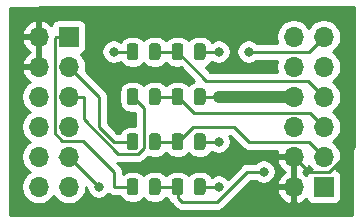
<source format=gbr>
G04 #@! TF.GenerationSoftware,KiCad,Pcbnew,(5.1.5-0-10_14)*
G04 #@! TF.CreationDate,2021-03-22T20:24:37-05:00*
G04 #@! TF.ProjectId,Filter Network,46696c74-6572-4204-9e65-74776f726b2e,rev?*
G04 #@! TF.SameCoordinates,Original*
G04 #@! TF.FileFunction,Copper,L1,Top*
G04 #@! TF.FilePolarity,Positive*
%FSLAX46Y46*%
G04 Gerber Fmt 4.6, Leading zero omitted, Abs format (unit mm)*
G04 Created by KiCad (PCBNEW (5.1.5-0-10_14)) date 2021-03-22 20:24:37*
%MOMM*%
%LPD*%
G04 APERTURE LIST*
%ADD10R,1.700000X1.700000*%
%ADD11O,1.700000X1.700000*%
%ADD12C,0.100000*%
%ADD13C,0.800000*%
%ADD14C,0.250000*%
%ADD15C,1.000000*%
%ADD16C,0.254000*%
G04 APERTURE END LIST*
D10*
X85090000Y-107950000D03*
D11*
X82550000Y-107950000D03*
X85090000Y-110490000D03*
X82550000Y-110490000D03*
X85090000Y-113030000D03*
X82550000Y-113030000D03*
X85090000Y-115570000D03*
X82550000Y-115570000D03*
X85090000Y-118110000D03*
X82550000Y-118110000D03*
X85090000Y-120650000D03*
X82550000Y-120650000D03*
X104140000Y-107950000D03*
X106680000Y-107950000D03*
X104140000Y-110490000D03*
X106680000Y-110490000D03*
X104140000Y-113030000D03*
X106680000Y-113030000D03*
X104140000Y-115570000D03*
X106680000Y-115570000D03*
X104140000Y-118110000D03*
X106680000Y-118110000D03*
X104140000Y-120650000D03*
D10*
X106680000Y-120650000D03*
G04 #@! TA.AperFunction,SMDPad,CuDef*
D12*
G36*
X94580142Y-108521174D02*
G01*
X94603803Y-108524684D01*
X94627007Y-108530496D01*
X94649529Y-108538554D01*
X94671153Y-108548782D01*
X94691670Y-108561079D01*
X94710883Y-108575329D01*
X94728607Y-108591393D01*
X94744671Y-108609117D01*
X94758921Y-108628330D01*
X94771218Y-108648847D01*
X94781446Y-108670471D01*
X94789504Y-108692993D01*
X94795316Y-108716197D01*
X94798826Y-108739858D01*
X94800000Y-108763750D01*
X94800000Y-109676250D01*
X94798826Y-109700142D01*
X94795316Y-109723803D01*
X94789504Y-109747007D01*
X94781446Y-109769529D01*
X94771218Y-109791153D01*
X94758921Y-109811670D01*
X94744671Y-109830883D01*
X94728607Y-109848607D01*
X94710883Y-109864671D01*
X94691670Y-109878921D01*
X94671153Y-109891218D01*
X94649529Y-109901446D01*
X94627007Y-109909504D01*
X94603803Y-109915316D01*
X94580142Y-109918826D01*
X94556250Y-109920000D01*
X94068750Y-109920000D01*
X94044858Y-109918826D01*
X94021197Y-109915316D01*
X93997993Y-109909504D01*
X93975471Y-109901446D01*
X93953847Y-109891218D01*
X93933330Y-109878921D01*
X93914117Y-109864671D01*
X93896393Y-109848607D01*
X93880329Y-109830883D01*
X93866079Y-109811670D01*
X93853782Y-109791153D01*
X93843554Y-109769529D01*
X93835496Y-109747007D01*
X93829684Y-109723803D01*
X93826174Y-109700142D01*
X93825000Y-109676250D01*
X93825000Y-108763750D01*
X93826174Y-108739858D01*
X93829684Y-108716197D01*
X93835496Y-108692993D01*
X93843554Y-108670471D01*
X93853782Y-108648847D01*
X93866079Y-108628330D01*
X93880329Y-108609117D01*
X93896393Y-108591393D01*
X93914117Y-108575329D01*
X93933330Y-108561079D01*
X93953847Y-108548782D01*
X93975471Y-108538554D01*
X93997993Y-108530496D01*
X94021197Y-108524684D01*
X94044858Y-108521174D01*
X94068750Y-108520000D01*
X94556250Y-108520000D01*
X94580142Y-108521174D01*
G37*
G04 #@! TD.AperFunction*
G04 #@! TA.AperFunction,SMDPad,CuDef*
G36*
X96455142Y-108521174D02*
G01*
X96478803Y-108524684D01*
X96502007Y-108530496D01*
X96524529Y-108538554D01*
X96546153Y-108548782D01*
X96566670Y-108561079D01*
X96585883Y-108575329D01*
X96603607Y-108591393D01*
X96619671Y-108609117D01*
X96633921Y-108628330D01*
X96646218Y-108648847D01*
X96656446Y-108670471D01*
X96664504Y-108692993D01*
X96670316Y-108716197D01*
X96673826Y-108739858D01*
X96675000Y-108763750D01*
X96675000Y-109676250D01*
X96673826Y-109700142D01*
X96670316Y-109723803D01*
X96664504Y-109747007D01*
X96656446Y-109769529D01*
X96646218Y-109791153D01*
X96633921Y-109811670D01*
X96619671Y-109830883D01*
X96603607Y-109848607D01*
X96585883Y-109864671D01*
X96566670Y-109878921D01*
X96546153Y-109891218D01*
X96524529Y-109901446D01*
X96502007Y-109909504D01*
X96478803Y-109915316D01*
X96455142Y-109918826D01*
X96431250Y-109920000D01*
X95943750Y-109920000D01*
X95919858Y-109918826D01*
X95896197Y-109915316D01*
X95872993Y-109909504D01*
X95850471Y-109901446D01*
X95828847Y-109891218D01*
X95808330Y-109878921D01*
X95789117Y-109864671D01*
X95771393Y-109848607D01*
X95755329Y-109830883D01*
X95741079Y-109811670D01*
X95728782Y-109791153D01*
X95718554Y-109769529D01*
X95710496Y-109747007D01*
X95704684Y-109723803D01*
X95701174Y-109700142D01*
X95700000Y-109676250D01*
X95700000Y-108763750D01*
X95701174Y-108739858D01*
X95704684Y-108716197D01*
X95710496Y-108692993D01*
X95718554Y-108670471D01*
X95728782Y-108648847D01*
X95741079Y-108628330D01*
X95755329Y-108609117D01*
X95771393Y-108591393D01*
X95789117Y-108575329D01*
X95808330Y-108561079D01*
X95828847Y-108548782D01*
X95850471Y-108538554D01*
X95872993Y-108530496D01*
X95896197Y-108524684D01*
X95919858Y-108521174D01*
X95943750Y-108520000D01*
X96431250Y-108520000D01*
X96455142Y-108521174D01*
G37*
G04 #@! TD.AperFunction*
G04 #@! TA.AperFunction,SMDPad,CuDef*
G36*
X90770142Y-119951174D02*
G01*
X90793803Y-119954684D01*
X90817007Y-119960496D01*
X90839529Y-119968554D01*
X90861153Y-119978782D01*
X90881670Y-119991079D01*
X90900883Y-120005329D01*
X90918607Y-120021393D01*
X90934671Y-120039117D01*
X90948921Y-120058330D01*
X90961218Y-120078847D01*
X90971446Y-120100471D01*
X90979504Y-120122993D01*
X90985316Y-120146197D01*
X90988826Y-120169858D01*
X90990000Y-120193750D01*
X90990000Y-121106250D01*
X90988826Y-121130142D01*
X90985316Y-121153803D01*
X90979504Y-121177007D01*
X90971446Y-121199529D01*
X90961218Y-121221153D01*
X90948921Y-121241670D01*
X90934671Y-121260883D01*
X90918607Y-121278607D01*
X90900883Y-121294671D01*
X90881670Y-121308921D01*
X90861153Y-121321218D01*
X90839529Y-121331446D01*
X90817007Y-121339504D01*
X90793803Y-121345316D01*
X90770142Y-121348826D01*
X90746250Y-121350000D01*
X90258750Y-121350000D01*
X90234858Y-121348826D01*
X90211197Y-121345316D01*
X90187993Y-121339504D01*
X90165471Y-121331446D01*
X90143847Y-121321218D01*
X90123330Y-121308921D01*
X90104117Y-121294671D01*
X90086393Y-121278607D01*
X90070329Y-121260883D01*
X90056079Y-121241670D01*
X90043782Y-121221153D01*
X90033554Y-121199529D01*
X90025496Y-121177007D01*
X90019684Y-121153803D01*
X90016174Y-121130142D01*
X90015000Y-121106250D01*
X90015000Y-120193750D01*
X90016174Y-120169858D01*
X90019684Y-120146197D01*
X90025496Y-120122993D01*
X90033554Y-120100471D01*
X90043782Y-120078847D01*
X90056079Y-120058330D01*
X90070329Y-120039117D01*
X90086393Y-120021393D01*
X90104117Y-120005329D01*
X90123330Y-119991079D01*
X90143847Y-119978782D01*
X90165471Y-119968554D01*
X90187993Y-119960496D01*
X90211197Y-119954684D01*
X90234858Y-119951174D01*
X90258750Y-119950000D01*
X90746250Y-119950000D01*
X90770142Y-119951174D01*
G37*
G04 #@! TD.AperFunction*
G04 #@! TA.AperFunction,SMDPad,CuDef*
G36*
X92645142Y-119951174D02*
G01*
X92668803Y-119954684D01*
X92692007Y-119960496D01*
X92714529Y-119968554D01*
X92736153Y-119978782D01*
X92756670Y-119991079D01*
X92775883Y-120005329D01*
X92793607Y-120021393D01*
X92809671Y-120039117D01*
X92823921Y-120058330D01*
X92836218Y-120078847D01*
X92846446Y-120100471D01*
X92854504Y-120122993D01*
X92860316Y-120146197D01*
X92863826Y-120169858D01*
X92865000Y-120193750D01*
X92865000Y-121106250D01*
X92863826Y-121130142D01*
X92860316Y-121153803D01*
X92854504Y-121177007D01*
X92846446Y-121199529D01*
X92836218Y-121221153D01*
X92823921Y-121241670D01*
X92809671Y-121260883D01*
X92793607Y-121278607D01*
X92775883Y-121294671D01*
X92756670Y-121308921D01*
X92736153Y-121321218D01*
X92714529Y-121331446D01*
X92692007Y-121339504D01*
X92668803Y-121345316D01*
X92645142Y-121348826D01*
X92621250Y-121350000D01*
X92133750Y-121350000D01*
X92109858Y-121348826D01*
X92086197Y-121345316D01*
X92062993Y-121339504D01*
X92040471Y-121331446D01*
X92018847Y-121321218D01*
X91998330Y-121308921D01*
X91979117Y-121294671D01*
X91961393Y-121278607D01*
X91945329Y-121260883D01*
X91931079Y-121241670D01*
X91918782Y-121221153D01*
X91908554Y-121199529D01*
X91900496Y-121177007D01*
X91894684Y-121153803D01*
X91891174Y-121130142D01*
X91890000Y-121106250D01*
X91890000Y-120193750D01*
X91891174Y-120169858D01*
X91894684Y-120146197D01*
X91900496Y-120122993D01*
X91908554Y-120100471D01*
X91918782Y-120078847D01*
X91931079Y-120058330D01*
X91945329Y-120039117D01*
X91961393Y-120021393D01*
X91979117Y-120005329D01*
X91998330Y-119991079D01*
X92018847Y-119978782D01*
X92040471Y-119968554D01*
X92062993Y-119960496D01*
X92086197Y-119954684D01*
X92109858Y-119951174D01*
X92133750Y-119950000D01*
X92621250Y-119950000D01*
X92645142Y-119951174D01*
G37*
G04 #@! TD.AperFunction*
G04 #@! TA.AperFunction,SMDPad,CuDef*
G36*
X90770142Y-116141174D02*
G01*
X90793803Y-116144684D01*
X90817007Y-116150496D01*
X90839529Y-116158554D01*
X90861153Y-116168782D01*
X90881670Y-116181079D01*
X90900883Y-116195329D01*
X90918607Y-116211393D01*
X90934671Y-116229117D01*
X90948921Y-116248330D01*
X90961218Y-116268847D01*
X90971446Y-116290471D01*
X90979504Y-116312993D01*
X90985316Y-116336197D01*
X90988826Y-116359858D01*
X90990000Y-116383750D01*
X90990000Y-117296250D01*
X90988826Y-117320142D01*
X90985316Y-117343803D01*
X90979504Y-117367007D01*
X90971446Y-117389529D01*
X90961218Y-117411153D01*
X90948921Y-117431670D01*
X90934671Y-117450883D01*
X90918607Y-117468607D01*
X90900883Y-117484671D01*
X90881670Y-117498921D01*
X90861153Y-117511218D01*
X90839529Y-117521446D01*
X90817007Y-117529504D01*
X90793803Y-117535316D01*
X90770142Y-117538826D01*
X90746250Y-117540000D01*
X90258750Y-117540000D01*
X90234858Y-117538826D01*
X90211197Y-117535316D01*
X90187993Y-117529504D01*
X90165471Y-117521446D01*
X90143847Y-117511218D01*
X90123330Y-117498921D01*
X90104117Y-117484671D01*
X90086393Y-117468607D01*
X90070329Y-117450883D01*
X90056079Y-117431670D01*
X90043782Y-117411153D01*
X90033554Y-117389529D01*
X90025496Y-117367007D01*
X90019684Y-117343803D01*
X90016174Y-117320142D01*
X90015000Y-117296250D01*
X90015000Y-116383750D01*
X90016174Y-116359858D01*
X90019684Y-116336197D01*
X90025496Y-116312993D01*
X90033554Y-116290471D01*
X90043782Y-116268847D01*
X90056079Y-116248330D01*
X90070329Y-116229117D01*
X90086393Y-116211393D01*
X90104117Y-116195329D01*
X90123330Y-116181079D01*
X90143847Y-116168782D01*
X90165471Y-116158554D01*
X90187993Y-116150496D01*
X90211197Y-116144684D01*
X90234858Y-116141174D01*
X90258750Y-116140000D01*
X90746250Y-116140000D01*
X90770142Y-116141174D01*
G37*
G04 #@! TD.AperFunction*
G04 #@! TA.AperFunction,SMDPad,CuDef*
G36*
X92645142Y-116141174D02*
G01*
X92668803Y-116144684D01*
X92692007Y-116150496D01*
X92714529Y-116158554D01*
X92736153Y-116168782D01*
X92756670Y-116181079D01*
X92775883Y-116195329D01*
X92793607Y-116211393D01*
X92809671Y-116229117D01*
X92823921Y-116248330D01*
X92836218Y-116268847D01*
X92846446Y-116290471D01*
X92854504Y-116312993D01*
X92860316Y-116336197D01*
X92863826Y-116359858D01*
X92865000Y-116383750D01*
X92865000Y-117296250D01*
X92863826Y-117320142D01*
X92860316Y-117343803D01*
X92854504Y-117367007D01*
X92846446Y-117389529D01*
X92836218Y-117411153D01*
X92823921Y-117431670D01*
X92809671Y-117450883D01*
X92793607Y-117468607D01*
X92775883Y-117484671D01*
X92756670Y-117498921D01*
X92736153Y-117511218D01*
X92714529Y-117521446D01*
X92692007Y-117529504D01*
X92668803Y-117535316D01*
X92645142Y-117538826D01*
X92621250Y-117540000D01*
X92133750Y-117540000D01*
X92109858Y-117538826D01*
X92086197Y-117535316D01*
X92062993Y-117529504D01*
X92040471Y-117521446D01*
X92018847Y-117511218D01*
X91998330Y-117498921D01*
X91979117Y-117484671D01*
X91961393Y-117468607D01*
X91945329Y-117450883D01*
X91931079Y-117431670D01*
X91918782Y-117411153D01*
X91908554Y-117389529D01*
X91900496Y-117367007D01*
X91894684Y-117343803D01*
X91891174Y-117320142D01*
X91890000Y-117296250D01*
X91890000Y-116383750D01*
X91891174Y-116359858D01*
X91894684Y-116336197D01*
X91900496Y-116312993D01*
X91908554Y-116290471D01*
X91918782Y-116268847D01*
X91931079Y-116248330D01*
X91945329Y-116229117D01*
X91961393Y-116211393D01*
X91979117Y-116195329D01*
X91998330Y-116181079D01*
X92018847Y-116168782D01*
X92040471Y-116158554D01*
X92062993Y-116150496D01*
X92086197Y-116144684D01*
X92109858Y-116141174D01*
X92133750Y-116140000D01*
X92621250Y-116140000D01*
X92645142Y-116141174D01*
G37*
G04 #@! TD.AperFunction*
G04 #@! TA.AperFunction,SMDPad,CuDef*
G36*
X92645142Y-112331174D02*
G01*
X92668803Y-112334684D01*
X92692007Y-112340496D01*
X92714529Y-112348554D01*
X92736153Y-112358782D01*
X92756670Y-112371079D01*
X92775883Y-112385329D01*
X92793607Y-112401393D01*
X92809671Y-112419117D01*
X92823921Y-112438330D01*
X92836218Y-112458847D01*
X92846446Y-112480471D01*
X92854504Y-112502993D01*
X92860316Y-112526197D01*
X92863826Y-112549858D01*
X92865000Y-112573750D01*
X92865000Y-113486250D01*
X92863826Y-113510142D01*
X92860316Y-113533803D01*
X92854504Y-113557007D01*
X92846446Y-113579529D01*
X92836218Y-113601153D01*
X92823921Y-113621670D01*
X92809671Y-113640883D01*
X92793607Y-113658607D01*
X92775883Y-113674671D01*
X92756670Y-113688921D01*
X92736153Y-113701218D01*
X92714529Y-113711446D01*
X92692007Y-113719504D01*
X92668803Y-113725316D01*
X92645142Y-113728826D01*
X92621250Y-113730000D01*
X92133750Y-113730000D01*
X92109858Y-113728826D01*
X92086197Y-113725316D01*
X92062993Y-113719504D01*
X92040471Y-113711446D01*
X92018847Y-113701218D01*
X91998330Y-113688921D01*
X91979117Y-113674671D01*
X91961393Y-113658607D01*
X91945329Y-113640883D01*
X91931079Y-113621670D01*
X91918782Y-113601153D01*
X91908554Y-113579529D01*
X91900496Y-113557007D01*
X91894684Y-113533803D01*
X91891174Y-113510142D01*
X91890000Y-113486250D01*
X91890000Y-112573750D01*
X91891174Y-112549858D01*
X91894684Y-112526197D01*
X91900496Y-112502993D01*
X91908554Y-112480471D01*
X91918782Y-112458847D01*
X91931079Y-112438330D01*
X91945329Y-112419117D01*
X91961393Y-112401393D01*
X91979117Y-112385329D01*
X91998330Y-112371079D01*
X92018847Y-112358782D01*
X92040471Y-112348554D01*
X92062993Y-112340496D01*
X92086197Y-112334684D01*
X92109858Y-112331174D01*
X92133750Y-112330000D01*
X92621250Y-112330000D01*
X92645142Y-112331174D01*
G37*
G04 #@! TD.AperFunction*
G04 #@! TA.AperFunction,SMDPad,CuDef*
G36*
X90770142Y-112331174D02*
G01*
X90793803Y-112334684D01*
X90817007Y-112340496D01*
X90839529Y-112348554D01*
X90861153Y-112358782D01*
X90881670Y-112371079D01*
X90900883Y-112385329D01*
X90918607Y-112401393D01*
X90934671Y-112419117D01*
X90948921Y-112438330D01*
X90961218Y-112458847D01*
X90971446Y-112480471D01*
X90979504Y-112502993D01*
X90985316Y-112526197D01*
X90988826Y-112549858D01*
X90990000Y-112573750D01*
X90990000Y-113486250D01*
X90988826Y-113510142D01*
X90985316Y-113533803D01*
X90979504Y-113557007D01*
X90971446Y-113579529D01*
X90961218Y-113601153D01*
X90948921Y-113621670D01*
X90934671Y-113640883D01*
X90918607Y-113658607D01*
X90900883Y-113674671D01*
X90881670Y-113688921D01*
X90861153Y-113701218D01*
X90839529Y-113711446D01*
X90817007Y-113719504D01*
X90793803Y-113725316D01*
X90770142Y-113728826D01*
X90746250Y-113730000D01*
X90258750Y-113730000D01*
X90234858Y-113728826D01*
X90211197Y-113725316D01*
X90187993Y-113719504D01*
X90165471Y-113711446D01*
X90143847Y-113701218D01*
X90123330Y-113688921D01*
X90104117Y-113674671D01*
X90086393Y-113658607D01*
X90070329Y-113640883D01*
X90056079Y-113621670D01*
X90043782Y-113601153D01*
X90033554Y-113579529D01*
X90025496Y-113557007D01*
X90019684Y-113533803D01*
X90016174Y-113510142D01*
X90015000Y-113486250D01*
X90015000Y-112573750D01*
X90016174Y-112549858D01*
X90019684Y-112526197D01*
X90025496Y-112502993D01*
X90033554Y-112480471D01*
X90043782Y-112458847D01*
X90056079Y-112438330D01*
X90070329Y-112419117D01*
X90086393Y-112401393D01*
X90104117Y-112385329D01*
X90123330Y-112371079D01*
X90143847Y-112358782D01*
X90165471Y-112348554D01*
X90187993Y-112340496D01*
X90211197Y-112334684D01*
X90234858Y-112331174D01*
X90258750Y-112330000D01*
X90746250Y-112330000D01*
X90770142Y-112331174D01*
G37*
G04 #@! TD.AperFunction*
G04 #@! TA.AperFunction,SMDPad,CuDef*
G36*
X90770142Y-108521174D02*
G01*
X90793803Y-108524684D01*
X90817007Y-108530496D01*
X90839529Y-108538554D01*
X90861153Y-108548782D01*
X90881670Y-108561079D01*
X90900883Y-108575329D01*
X90918607Y-108591393D01*
X90934671Y-108609117D01*
X90948921Y-108628330D01*
X90961218Y-108648847D01*
X90971446Y-108670471D01*
X90979504Y-108692993D01*
X90985316Y-108716197D01*
X90988826Y-108739858D01*
X90990000Y-108763750D01*
X90990000Y-109676250D01*
X90988826Y-109700142D01*
X90985316Y-109723803D01*
X90979504Y-109747007D01*
X90971446Y-109769529D01*
X90961218Y-109791153D01*
X90948921Y-109811670D01*
X90934671Y-109830883D01*
X90918607Y-109848607D01*
X90900883Y-109864671D01*
X90881670Y-109878921D01*
X90861153Y-109891218D01*
X90839529Y-109901446D01*
X90817007Y-109909504D01*
X90793803Y-109915316D01*
X90770142Y-109918826D01*
X90746250Y-109920000D01*
X90258750Y-109920000D01*
X90234858Y-109918826D01*
X90211197Y-109915316D01*
X90187993Y-109909504D01*
X90165471Y-109901446D01*
X90143847Y-109891218D01*
X90123330Y-109878921D01*
X90104117Y-109864671D01*
X90086393Y-109848607D01*
X90070329Y-109830883D01*
X90056079Y-109811670D01*
X90043782Y-109791153D01*
X90033554Y-109769529D01*
X90025496Y-109747007D01*
X90019684Y-109723803D01*
X90016174Y-109700142D01*
X90015000Y-109676250D01*
X90015000Y-108763750D01*
X90016174Y-108739858D01*
X90019684Y-108716197D01*
X90025496Y-108692993D01*
X90033554Y-108670471D01*
X90043782Y-108648847D01*
X90056079Y-108628330D01*
X90070329Y-108609117D01*
X90086393Y-108591393D01*
X90104117Y-108575329D01*
X90123330Y-108561079D01*
X90143847Y-108548782D01*
X90165471Y-108538554D01*
X90187993Y-108530496D01*
X90211197Y-108524684D01*
X90234858Y-108521174D01*
X90258750Y-108520000D01*
X90746250Y-108520000D01*
X90770142Y-108521174D01*
G37*
G04 #@! TD.AperFunction*
G04 #@! TA.AperFunction,SMDPad,CuDef*
G36*
X92645142Y-108521174D02*
G01*
X92668803Y-108524684D01*
X92692007Y-108530496D01*
X92714529Y-108538554D01*
X92736153Y-108548782D01*
X92756670Y-108561079D01*
X92775883Y-108575329D01*
X92793607Y-108591393D01*
X92809671Y-108609117D01*
X92823921Y-108628330D01*
X92836218Y-108648847D01*
X92846446Y-108670471D01*
X92854504Y-108692993D01*
X92860316Y-108716197D01*
X92863826Y-108739858D01*
X92865000Y-108763750D01*
X92865000Y-109676250D01*
X92863826Y-109700142D01*
X92860316Y-109723803D01*
X92854504Y-109747007D01*
X92846446Y-109769529D01*
X92836218Y-109791153D01*
X92823921Y-109811670D01*
X92809671Y-109830883D01*
X92793607Y-109848607D01*
X92775883Y-109864671D01*
X92756670Y-109878921D01*
X92736153Y-109891218D01*
X92714529Y-109901446D01*
X92692007Y-109909504D01*
X92668803Y-109915316D01*
X92645142Y-109918826D01*
X92621250Y-109920000D01*
X92133750Y-109920000D01*
X92109858Y-109918826D01*
X92086197Y-109915316D01*
X92062993Y-109909504D01*
X92040471Y-109901446D01*
X92018847Y-109891218D01*
X91998330Y-109878921D01*
X91979117Y-109864671D01*
X91961393Y-109848607D01*
X91945329Y-109830883D01*
X91931079Y-109811670D01*
X91918782Y-109791153D01*
X91908554Y-109769529D01*
X91900496Y-109747007D01*
X91894684Y-109723803D01*
X91891174Y-109700142D01*
X91890000Y-109676250D01*
X91890000Y-108763750D01*
X91891174Y-108739858D01*
X91894684Y-108716197D01*
X91900496Y-108692993D01*
X91908554Y-108670471D01*
X91918782Y-108648847D01*
X91931079Y-108628330D01*
X91945329Y-108609117D01*
X91961393Y-108591393D01*
X91979117Y-108575329D01*
X91998330Y-108561079D01*
X92018847Y-108548782D01*
X92040471Y-108538554D01*
X92062993Y-108530496D01*
X92086197Y-108524684D01*
X92109858Y-108521174D01*
X92133750Y-108520000D01*
X92621250Y-108520000D01*
X92645142Y-108521174D01*
G37*
G04 #@! TD.AperFunction*
G04 #@! TA.AperFunction,SMDPad,CuDef*
G36*
X96455142Y-112331174D02*
G01*
X96478803Y-112334684D01*
X96502007Y-112340496D01*
X96524529Y-112348554D01*
X96546153Y-112358782D01*
X96566670Y-112371079D01*
X96585883Y-112385329D01*
X96603607Y-112401393D01*
X96619671Y-112419117D01*
X96633921Y-112438330D01*
X96646218Y-112458847D01*
X96656446Y-112480471D01*
X96664504Y-112502993D01*
X96670316Y-112526197D01*
X96673826Y-112549858D01*
X96675000Y-112573750D01*
X96675000Y-113486250D01*
X96673826Y-113510142D01*
X96670316Y-113533803D01*
X96664504Y-113557007D01*
X96656446Y-113579529D01*
X96646218Y-113601153D01*
X96633921Y-113621670D01*
X96619671Y-113640883D01*
X96603607Y-113658607D01*
X96585883Y-113674671D01*
X96566670Y-113688921D01*
X96546153Y-113701218D01*
X96524529Y-113711446D01*
X96502007Y-113719504D01*
X96478803Y-113725316D01*
X96455142Y-113728826D01*
X96431250Y-113730000D01*
X95943750Y-113730000D01*
X95919858Y-113728826D01*
X95896197Y-113725316D01*
X95872993Y-113719504D01*
X95850471Y-113711446D01*
X95828847Y-113701218D01*
X95808330Y-113688921D01*
X95789117Y-113674671D01*
X95771393Y-113658607D01*
X95755329Y-113640883D01*
X95741079Y-113621670D01*
X95728782Y-113601153D01*
X95718554Y-113579529D01*
X95710496Y-113557007D01*
X95704684Y-113533803D01*
X95701174Y-113510142D01*
X95700000Y-113486250D01*
X95700000Y-112573750D01*
X95701174Y-112549858D01*
X95704684Y-112526197D01*
X95710496Y-112502993D01*
X95718554Y-112480471D01*
X95728782Y-112458847D01*
X95741079Y-112438330D01*
X95755329Y-112419117D01*
X95771393Y-112401393D01*
X95789117Y-112385329D01*
X95808330Y-112371079D01*
X95828847Y-112358782D01*
X95850471Y-112348554D01*
X95872993Y-112340496D01*
X95896197Y-112334684D01*
X95919858Y-112331174D01*
X95943750Y-112330000D01*
X96431250Y-112330000D01*
X96455142Y-112331174D01*
G37*
G04 #@! TD.AperFunction*
G04 #@! TA.AperFunction,SMDPad,CuDef*
G36*
X94580142Y-112331174D02*
G01*
X94603803Y-112334684D01*
X94627007Y-112340496D01*
X94649529Y-112348554D01*
X94671153Y-112358782D01*
X94691670Y-112371079D01*
X94710883Y-112385329D01*
X94728607Y-112401393D01*
X94744671Y-112419117D01*
X94758921Y-112438330D01*
X94771218Y-112458847D01*
X94781446Y-112480471D01*
X94789504Y-112502993D01*
X94795316Y-112526197D01*
X94798826Y-112549858D01*
X94800000Y-112573750D01*
X94800000Y-113486250D01*
X94798826Y-113510142D01*
X94795316Y-113533803D01*
X94789504Y-113557007D01*
X94781446Y-113579529D01*
X94771218Y-113601153D01*
X94758921Y-113621670D01*
X94744671Y-113640883D01*
X94728607Y-113658607D01*
X94710883Y-113674671D01*
X94691670Y-113688921D01*
X94671153Y-113701218D01*
X94649529Y-113711446D01*
X94627007Y-113719504D01*
X94603803Y-113725316D01*
X94580142Y-113728826D01*
X94556250Y-113730000D01*
X94068750Y-113730000D01*
X94044858Y-113728826D01*
X94021197Y-113725316D01*
X93997993Y-113719504D01*
X93975471Y-113711446D01*
X93953847Y-113701218D01*
X93933330Y-113688921D01*
X93914117Y-113674671D01*
X93896393Y-113658607D01*
X93880329Y-113640883D01*
X93866079Y-113621670D01*
X93853782Y-113601153D01*
X93843554Y-113579529D01*
X93835496Y-113557007D01*
X93829684Y-113533803D01*
X93826174Y-113510142D01*
X93825000Y-113486250D01*
X93825000Y-112573750D01*
X93826174Y-112549858D01*
X93829684Y-112526197D01*
X93835496Y-112502993D01*
X93843554Y-112480471D01*
X93853782Y-112458847D01*
X93866079Y-112438330D01*
X93880329Y-112419117D01*
X93896393Y-112401393D01*
X93914117Y-112385329D01*
X93933330Y-112371079D01*
X93953847Y-112358782D01*
X93975471Y-112348554D01*
X93997993Y-112340496D01*
X94021197Y-112334684D01*
X94044858Y-112331174D01*
X94068750Y-112330000D01*
X94556250Y-112330000D01*
X94580142Y-112331174D01*
G37*
G04 #@! TD.AperFunction*
G04 #@! TA.AperFunction,SMDPad,CuDef*
G36*
X94580142Y-116141174D02*
G01*
X94603803Y-116144684D01*
X94627007Y-116150496D01*
X94649529Y-116158554D01*
X94671153Y-116168782D01*
X94691670Y-116181079D01*
X94710883Y-116195329D01*
X94728607Y-116211393D01*
X94744671Y-116229117D01*
X94758921Y-116248330D01*
X94771218Y-116268847D01*
X94781446Y-116290471D01*
X94789504Y-116312993D01*
X94795316Y-116336197D01*
X94798826Y-116359858D01*
X94800000Y-116383750D01*
X94800000Y-117296250D01*
X94798826Y-117320142D01*
X94795316Y-117343803D01*
X94789504Y-117367007D01*
X94781446Y-117389529D01*
X94771218Y-117411153D01*
X94758921Y-117431670D01*
X94744671Y-117450883D01*
X94728607Y-117468607D01*
X94710883Y-117484671D01*
X94691670Y-117498921D01*
X94671153Y-117511218D01*
X94649529Y-117521446D01*
X94627007Y-117529504D01*
X94603803Y-117535316D01*
X94580142Y-117538826D01*
X94556250Y-117540000D01*
X94068750Y-117540000D01*
X94044858Y-117538826D01*
X94021197Y-117535316D01*
X93997993Y-117529504D01*
X93975471Y-117521446D01*
X93953847Y-117511218D01*
X93933330Y-117498921D01*
X93914117Y-117484671D01*
X93896393Y-117468607D01*
X93880329Y-117450883D01*
X93866079Y-117431670D01*
X93853782Y-117411153D01*
X93843554Y-117389529D01*
X93835496Y-117367007D01*
X93829684Y-117343803D01*
X93826174Y-117320142D01*
X93825000Y-117296250D01*
X93825000Y-116383750D01*
X93826174Y-116359858D01*
X93829684Y-116336197D01*
X93835496Y-116312993D01*
X93843554Y-116290471D01*
X93853782Y-116268847D01*
X93866079Y-116248330D01*
X93880329Y-116229117D01*
X93896393Y-116211393D01*
X93914117Y-116195329D01*
X93933330Y-116181079D01*
X93953847Y-116168782D01*
X93975471Y-116158554D01*
X93997993Y-116150496D01*
X94021197Y-116144684D01*
X94044858Y-116141174D01*
X94068750Y-116140000D01*
X94556250Y-116140000D01*
X94580142Y-116141174D01*
G37*
G04 #@! TD.AperFunction*
G04 #@! TA.AperFunction,SMDPad,CuDef*
G36*
X96455142Y-116141174D02*
G01*
X96478803Y-116144684D01*
X96502007Y-116150496D01*
X96524529Y-116158554D01*
X96546153Y-116168782D01*
X96566670Y-116181079D01*
X96585883Y-116195329D01*
X96603607Y-116211393D01*
X96619671Y-116229117D01*
X96633921Y-116248330D01*
X96646218Y-116268847D01*
X96656446Y-116290471D01*
X96664504Y-116312993D01*
X96670316Y-116336197D01*
X96673826Y-116359858D01*
X96675000Y-116383750D01*
X96675000Y-117296250D01*
X96673826Y-117320142D01*
X96670316Y-117343803D01*
X96664504Y-117367007D01*
X96656446Y-117389529D01*
X96646218Y-117411153D01*
X96633921Y-117431670D01*
X96619671Y-117450883D01*
X96603607Y-117468607D01*
X96585883Y-117484671D01*
X96566670Y-117498921D01*
X96546153Y-117511218D01*
X96524529Y-117521446D01*
X96502007Y-117529504D01*
X96478803Y-117535316D01*
X96455142Y-117538826D01*
X96431250Y-117540000D01*
X95943750Y-117540000D01*
X95919858Y-117538826D01*
X95896197Y-117535316D01*
X95872993Y-117529504D01*
X95850471Y-117521446D01*
X95828847Y-117511218D01*
X95808330Y-117498921D01*
X95789117Y-117484671D01*
X95771393Y-117468607D01*
X95755329Y-117450883D01*
X95741079Y-117431670D01*
X95728782Y-117411153D01*
X95718554Y-117389529D01*
X95710496Y-117367007D01*
X95704684Y-117343803D01*
X95701174Y-117320142D01*
X95700000Y-117296250D01*
X95700000Y-116383750D01*
X95701174Y-116359858D01*
X95704684Y-116336197D01*
X95710496Y-116312993D01*
X95718554Y-116290471D01*
X95728782Y-116268847D01*
X95741079Y-116248330D01*
X95755329Y-116229117D01*
X95771393Y-116211393D01*
X95789117Y-116195329D01*
X95808330Y-116181079D01*
X95828847Y-116168782D01*
X95850471Y-116158554D01*
X95872993Y-116150496D01*
X95896197Y-116144684D01*
X95919858Y-116141174D01*
X95943750Y-116140000D01*
X96431250Y-116140000D01*
X96455142Y-116141174D01*
G37*
G04 #@! TD.AperFunction*
G04 #@! TA.AperFunction,SMDPad,CuDef*
G36*
X96455142Y-119951174D02*
G01*
X96478803Y-119954684D01*
X96502007Y-119960496D01*
X96524529Y-119968554D01*
X96546153Y-119978782D01*
X96566670Y-119991079D01*
X96585883Y-120005329D01*
X96603607Y-120021393D01*
X96619671Y-120039117D01*
X96633921Y-120058330D01*
X96646218Y-120078847D01*
X96656446Y-120100471D01*
X96664504Y-120122993D01*
X96670316Y-120146197D01*
X96673826Y-120169858D01*
X96675000Y-120193750D01*
X96675000Y-121106250D01*
X96673826Y-121130142D01*
X96670316Y-121153803D01*
X96664504Y-121177007D01*
X96656446Y-121199529D01*
X96646218Y-121221153D01*
X96633921Y-121241670D01*
X96619671Y-121260883D01*
X96603607Y-121278607D01*
X96585883Y-121294671D01*
X96566670Y-121308921D01*
X96546153Y-121321218D01*
X96524529Y-121331446D01*
X96502007Y-121339504D01*
X96478803Y-121345316D01*
X96455142Y-121348826D01*
X96431250Y-121350000D01*
X95943750Y-121350000D01*
X95919858Y-121348826D01*
X95896197Y-121345316D01*
X95872993Y-121339504D01*
X95850471Y-121331446D01*
X95828847Y-121321218D01*
X95808330Y-121308921D01*
X95789117Y-121294671D01*
X95771393Y-121278607D01*
X95755329Y-121260883D01*
X95741079Y-121241670D01*
X95728782Y-121221153D01*
X95718554Y-121199529D01*
X95710496Y-121177007D01*
X95704684Y-121153803D01*
X95701174Y-121130142D01*
X95700000Y-121106250D01*
X95700000Y-120193750D01*
X95701174Y-120169858D01*
X95704684Y-120146197D01*
X95710496Y-120122993D01*
X95718554Y-120100471D01*
X95728782Y-120078847D01*
X95741079Y-120058330D01*
X95755329Y-120039117D01*
X95771393Y-120021393D01*
X95789117Y-120005329D01*
X95808330Y-119991079D01*
X95828847Y-119978782D01*
X95850471Y-119968554D01*
X95872993Y-119960496D01*
X95896197Y-119954684D01*
X95919858Y-119951174D01*
X95943750Y-119950000D01*
X96431250Y-119950000D01*
X96455142Y-119951174D01*
G37*
G04 #@! TD.AperFunction*
G04 #@! TA.AperFunction,SMDPad,CuDef*
G36*
X94580142Y-119951174D02*
G01*
X94603803Y-119954684D01*
X94627007Y-119960496D01*
X94649529Y-119968554D01*
X94671153Y-119978782D01*
X94691670Y-119991079D01*
X94710883Y-120005329D01*
X94728607Y-120021393D01*
X94744671Y-120039117D01*
X94758921Y-120058330D01*
X94771218Y-120078847D01*
X94781446Y-120100471D01*
X94789504Y-120122993D01*
X94795316Y-120146197D01*
X94798826Y-120169858D01*
X94800000Y-120193750D01*
X94800000Y-121106250D01*
X94798826Y-121130142D01*
X94795316Y-121153803D01*
X94789504Y-121177007D01*
X94781446Y-121199529D01*
X94771218Y-121221153D01*
X94758921Y-121241670D01*
X94744671Y-121260883D01*
X94728607Y-121278607D01*
X94710883Y-121294671D01*
X94691670Y-121308921D01*
X94671153Y-121321218D01*
X94649529Y-121331446D01*
X94627007Y-121339504D01*
X94603803Y-121345316D01*
X94580142Y-121348826D01*
X94556250Y-121350000D01*
X94068750Y-121350000D01*
X94044858Y-121348826D01*
X94021197Y-121345316D01*
X93997993Y-121339504D01*
X93975471Y-121331446D01*
X93953847Y-121321218D01*
X93933330Y-121308921D01*
X93914117Y-121294671D01*
X93896393Y-121278607D01*
X93880329Y-121260883D01*
X93866079Y-121241670D01*
X93853782Y-121221153D01*
X93843554Y-121199529D01*
X93835496Y-121177007D01*
X93829684Y-121153803D01*
X93826174Y-121130142D01*
X93825000Y-121106250D01*
X93825000Y-120193750D01*
X93826174Y-120169858D01*
X93829684Y-120146197D01*
X93835496Y-120122993D01*
X93843554Y-120100471D01*
X93853782Y-120078847D01*
X93866079Y-120058330D01*
X93880329Y-120039117D01*
X93896393Y-120021393D01*
X93914117Y-120005329D01*
X93933330Y-119991079D01*
X93953847Y-119978782D01*
X93975471Y-119968554D01*
X93997993Y-119960496D01*
X94021197Y-119954684D01*
X94044858Y-119951174D01*
X94068750Y-119950000D01*
X94556250Y-119950000D01*
X94580142Y-119951174D01*
G37*
G04 #@! TD.AperFunction*
D13*
X101600000Y-119380000D03*
X88900000Y-109220000D03*
X87630000Y-120650000D03*
X100330000Y-109220000D03*
X97790000Y-109220000D03*
X97790000Y-113030000D03*
X97790000Y-116840000D03*
X97790000Y-120650000D03*
D14*
X88900000Y-120650000D02*
X88900000Y-120650000D01*
X87630000Y-118110000D02*
X87630000Y-118110000D01*
X83914999Y-108025001D02*
X83990000Y-107950000D01*
X86265001Y-116745001D02*
X84525999Y-116745001D01*
X88900000Y-119380000D02*
X86265001Y-116745001D01*
X83990000Y-107950000D02*
X85090000Y-107950000D01*
X84525999Y-116745001D02*
X83914999Y-116134001D01*
X88900000Y-120650000D02*
X88900000Y-119380000D01*
X83914999Y-116134001D02*
X83914999Y-108025001D01*
X90502500Y-120650000D02*
X88900000Y-120650000D01*
X92377500Y-120650000D02*
X94312500Y-120650000D01*
X94312500Y-120650000D02*
X94312500Y-121587500D01*
X94312500Y-121587500D02*
X94645000Y-121920000D01*
X94645000Y-121920000D02*
X95250000Y-121920000D01*
X97686740Y-121920000D02*
X100226740Y-119380000D01*
X95250000Y-121920000D02*
X97686740Y-121920000D01*
X100226740Y-119380000D02*
X101600000Y-119380000D01*
X101600000Y-119380000D02*
X101600000Y-119380000D01*
X85090000Y-110490000D02*
X87630000Y-113030000D01*
X87630000Y-115570000D02*
X88900000Y-116840000D01*
X88900000Y-116840000D02*
X90502500Y-116840000D01*
X87630000Y-113030000D02*
X87630000Y-115570000D01*
X92377500Y-116840000D02*
X94312500Y-116840000D01*
X106680000Y-118110000D02*
X105410000Y-116840000D01*
X105410000Y-116840000D02*
X100330000Y-116840000D01*
X100330000Y-116840000D02*
X99060000Y-115570000D01*
X95582500Y-115570000D02*
X94312500Y-116840000D01*
X99060000Y-115570000D02*
X95582500Y-115570000D01*
X92377500Y-113030000D02*
X94312500Y-113030000D01*
X105504999Y-114394999D02*
X105830001Y-114720001D01*
X105830001Y-114720001D02*
X106680000Y-115570000D01*
X95677499Y-114394999D02*
X105504999Y-114394999D01*
X94312500Y-113030000D02*
X95677499Y-114394999D01*
X86360000Y-113030000D02*
X85090000Y-113030000D01*
X86360000Y-114936410D02*
X86360000Y-113030000D01*
X89288600Y-117865010D02*
X86360000Y-114936410D01*
X90981840Y-117865010D02*
X89288600Y-117865010D01*
X91440000Y-117406850D02*
X90981840Y-117865010D01*
X91440000Y-113967500D02*
X91440000Y-117406850D01*
X90502500Y-113030000D02*
X91440000Y-113967500D01*
X90502500Y-109220000D02*
X88900000Y-109220000D01*
X88900000Y-109220000D02*
X88900000Y-109220000D01*
X92377500Y-109220000D02*
X94312500Y-109220000D01*
X105315001Y-111665001D02*
X105830001Y-112180001D01*
X105830001Y-112180001D02*
X106680000Y-113030000D01*
X96757501Y-111665001D02*
X105315001Y-111665001D01*
X94312500Y-109220000D02*
X96757501Y-111665001D01*
X84289002Y-118110000D02*
X85090000Y-118110000D01*
X87630000Y-120650000D02*
X85090000Y-118110000D01*
X106680000Y-107950000D02*
X105410000Y-109220000D01*
X105410000Y-109220000D02*
X100330000Y-109220000D01*
X100330000Y-109220000D02*
X100330000Y-109220000D01*
X104140000Y-120650000D02*
X104140000Y-118110000D01*
X82550000Y-110490000D02*
X82550000Y-107950000D01*
X104140000Y-118110000D02*
X105410000Y-119380000D01*
X107149002Y-119380000D02*
X109220000Y-117309002D01*
X105410000Y-119380000D02*
X107149002Y-119380000D01*
X109220000Y-117309002D02*
X109220000Y-105410000D01*
X109220000Y-105410000D02*
X82550000Y-105410000D01*
X82550000Y-105410000D02*
X82550000Y-107950000D01*
X96187500Y-109220000D02*
X97790000Y-109220000D01*
X96187500Y-113030000D02*
X97790000Y-113030000D01*
X96187500Y-116840000D02*
X97790000Y-116840000D01*
X96187500Y-120650000D02*
X97790000Y-120650000D01*
X97790000Y-109220000D02*
X97790000Y-109220000D01*
X97790000Y-113030000D02*
X97790000Y-113030000D01*
X97790000Y-116840000D02*
X97790000Y-116840000D01*
X97790000Y-120650000D02*
X97790000Y-120650000D01*
D15*
X104140000Y-113030000D02*
X97790000Y-113030000D01*
D16*
G36*
X109093000Y-123063000D02*
G01*
X80137000Y-123063000D01*
X80137000Y-112883740D01*
X81065000Y-112883740D01*
X81065000Y-113176260D01*
X81122068Y-113463158D01*
X81234010Y-113733411D01*
X81396525Y-113976632D01*
X81603368Y-114183475D01*
X81777760Y-114300000D01*
X81603368Y-114416525D01*
X81396525Y-114623368D01*
X81234010Y-114866589D01*
X81122068Y-115136842D01*
X81065000Y-115423740D01*
X81065000Y-115716260D01*
X81122068Y-116003158D01*
X81234010Y-116273411D01*
X81396525Y-116516632D01*
X81603368Y-116723475D01*
X81777760Y-116840000D01*
X81603368Y-116956525D01*
X81396525Y-117163368D01*
X81234010Y-117406589D01*
X81122068Y-117676842D01*
X81065000Y-117963740D01*
X81065000Y-118256260D01*
X81122068Y-118543158D01*
X81234010Y-118813411D01*
X81396525Y-119056632D01*
X81603368Y-119263475D01*
X81777760Y-119380000D01*
X81603368Y-119496525D01*
X81396525Y-119703368D01*
X81234010Y-119946589D01*
X81122068Y-120216842D01*
X81065000Y-120503740D01*
X81065000Y-120796260D01*
X81122068Y-121083158D01*
X81234010Y-121353411D01*
X81396525Y-121596632D01*
X81603368Y-121803475D01*
X81846589Y-121965990D01*
X82116842Y-122077932D01*
X82403740Y-122135000D01*
X82696260Y-122135000D01*
X82983158Y-122077932D01*
X83253411Y-121965990D01*
X83496632Y-121803475D01*
X83703475Y-121596632D01*
X83820000Y-121422240D01*
X83936525Y-121596632D01*
X84143368Y-121803475D01*
X84386589Y-121965990D01*
X84656842Y-122077932D01*
X84943740Y-122135000D01*
X85236260Y-122135000D01*
X85523158Y-122077932D01*
X85793411Y-121965990D01*
X86036632Y-121803475D01*
X86243475Y-121596632D01*
X86405990Y-121353411D01*
X86517932Y-121083158D01*
X86575000Y-120796260D01*
X86575000Y-120669803D01*
X86595000Y-120689803D01*
X86595000Y-120751939D01*
X86634774Y-120951898D01*
X86712795Y-121140256D01*
X86826063Y-121309774D01*
X86970226Y-121453937D01*
X87139744Y-121567205D01*
X87328102Y-121645226D01*
X87528061Y-121685000D01*
X87731939Y-121685000D01*
X87931898Y-121645226D01*
X88120256Y-121567205D01*
X88289774Y-121453937D01*
X88433937Y-121309774D01*
X88459438Y-121271609D01*
X88475724Y-121284974D01*
X88607753Y-121355546D01*
X88751014Y-121399003D01*
X88900000Y-121413677D01*
X88937333Y-121410000D01*
X89433827Y-121410000D01*
X89444053Y-121443709D01*
X89525542Y-121596164D01*
X89635208Y-121729792D01*
X89768836Y-121839458D01*
X89921291Y-121920947D01*
X90086715Y-121971128D01*
X90258750Y-121988072D01*
X90746250Y-121988072D01*
X90918285Y-121971128D01*
X91083709Y-121920947D01*
X91236164Y-121839458D01*
X91369792Y-121729792D01*
X91440000Y-121644244D01*
X91510208Y-121729792D01*
X91643836Y-121839458D01*
X91796291Y-121920947D01*
X91961715Y-121971128D01*
X92133750Y-121988072D01*
X92621250Y-121988072D01*
X92793285Y-121971128D01*
X92958709Y-121920947D01*
X93111164Y-121839458D01*
X93244792Y-121729792D01*
X93345000Y-121607689D01*
X93445208Y-121729792D01*
X93578836Y-121839458D01*
X93597810Y-121849600D01*
X93606954Y-121879746D01*
X93677526Y-122011776D01*
X93741315Y-122089502D01*
X93772500Y-122127501D01*
X93801498Y-122151299D01*
X94081196Y-122430997D01*
X94104999Y-122460001D01*
X94220724Y-122554974D01*
X94352753Y-122625546D01*
X94496014Y-122669003D01*
X94607667Y-122680000D01*
X94607677Y-122680000D01*
X94644999Y-122683676D01*
X94682322Y-122680000D01*
X97649418Y-122680000D01*
X97686740Y-122683676D01*
X97724062Y-122680000D01*
X97724073Y-122680000D01*
X97835726Y-122669003D01*
X97978987Y-122625546D01*
X98111016Y-122554974D01*
X98226741Y-122460001D01*
X98250544Y-122430997D01*
X99674652Y-121006890D01*
X102698524Y-121006890D01*
X102743175Y-121154099D01*
X102868359Y-121416920D01*
X103042412Y-121650269D01*
X103258645Y-121845178D01*
X103508748Y-121994157D01*
X103783109Y-122091481D01*
X104013000Y-121970814D01*
X104013000Y-120777000D01*
X102819845Y-120777000D01*
X102698524Y-121006890D01*
X99674652Y-121006890D01*
X100541543Y-120140000D01*
X100896289Y-120140000D01*
X100940226Y-120183937D01*
X101109744Y-120297205D01*
X101298102Y-120375226D01*
X101498061Y-120415000D01*
X101701939Y-120415000D01*
X101901898Y-120375226D01*
X102090256Y-120297205D01*
X102259774Y-120183937D01*
X102403937Y-120039774D01*
X102517205Y-119870256D01*
X102595226Y-119681898D01*
X102635000Y-119481939D01*
X102635000Y-119278061D01*
X102595226Y-119078102D01*
X102517205Y-118889744D01*
X102403937Y-118720226D01*
X102259774Y-118576063D01*
X102096385Y-118466890D01*
X102698524Y-118466890D01*
X102743175Y-118614099D01*
X102868359Y-118876920D01*
X103042412Y-119110269D01*
X103258645Y-119305178D01*
X103384255Y-119380000D01*
X103258645Y-119454822D01*
X103042412Y-119649731D01*
X102868359Y-119883080D01*
X102743175Y-120145901D01*
X102698524Y-120293110D01*
X102819845Y-120523000D01*
X104013000Y-120523000D01*
X104013000Y-118237000D01*
X102819845Y-118237000D01*
X102698524Y-118466890D01*
X102096385Y-118466890D01*
X102090256Y-118462795D01*
X101901898Y-118384774D01*
X101701939Y-118345000D01*
X101498061Y-118345000D01*
X101298102Y-118384774D01*
X101109744Y-118462795D01*
X100940226Y-118576063D01*
X100896289Y-118620000D01*
X100264062Y-118620000D01*
X100226739Y-118616324D01*
X100189416Y-118620000D01*
X100189407Y-118620000D01*
X100077754Y-118630997D01*
X99934493Y-118674454D01*
X99802464Y-118745026D01*
X99802462Y-118745027D01*
X99802463Y-118745027D01*
X99715736Y-118816201D01*
X99715732Y-118816205D01*
X99686739Y-118839999D01*
X99662945Y-118868992D01*
X98567824Y-119964113D01*
X98449774Y-119846063D01*
X98280256Y-119732795D01*
X98091898Y-119654774D01*
X97891939Y-119615000D01*
X97688061Y-119615000D01*
X97488102Y-119654774D01*
X97299744Y-119732795D01*
X97211465Y-119791781D01*
X97164458Y-119703836D01*
X97054792Y-119570208D01*
X96921164Y-119460542D01*
X96768709Y-119379053D01*
X96603285Y-119328872D01*
X96431250Y-119311928D01*
X95943750Y-119311928D01*
X95771715Y-119328872D01*
X95606291Y-119379053D01*
X95453836Y-119460542D01*
X95320208Y-119570208D01*
X95250000Y-119655756D01*
X95179792Y-119570208D01*
X95046164Y-119460542D01*
X94893709Y-119379053D01*
X94728285Y-119328872D01*
X94556250Y-119311928D01*
X94068750Y-119311928D01*
X93896715Y-119328872D01*
X93731291Y-119379053D01*
X93578836Y-119460542D01*
X93445208Y-119570208D01*
X93345000Y-119692311D01*
X93244792Y-119570208D01*
X93111164Y-119460542D01*
X92958709Y-119379053D01*
X92793285Y-119328872D01*
X92621250Y-119311928D01*
X92133750Y-119311928D01*
X91961715Y-119328872D01*
X91796291Y-119379053D01*
X91643836Y-119460542D01*
X91510208Y-119570208D01*
X91440000Y-119655756D01*
X91369792Y-119570208D01*
X91236164Y-119460542D01*
X91083709Y-119379053D01*
X90918285Y-119328872D01*
X90746250Y-119311928D01*
X90258750Y-119311928D01*
X90086715Y-119328872D01*
X89921291Y-119379053D01*
X89768836Y-119460542D01*
X89660000Y-119549862D01*
X89660000Y-119417322D01*
X89663676Y-119379999D01*
X89660000Y-119342676D01*
X89660000Y-119342667D01*
X89649003Y-119231014D01*
X89605546Y-119087753D01*
X89534974Y-118955724D01*
X89440001Y-118839999D01*
X89411003Y-118816201D01*
X89216375Y-118621573D01*
X89251267Y-118625010D01*
X89251277Y-118625010D01*
X89288600Y-118628686D01*
X89325923Y-118625010D01*
X90944518Y-118625010D01*
X90981840Y-118628686D01*
X91019162Y-118625010D01*
X91019173Y-118625010D01*
X91130826Y-118614013D01*
X91274087Y-118570556D01*
X91406116Y-118499984D01*
X91521841Y-118405011D01*
X91545644Y-118376007D01*
X91807349Y-118114302D01*
X91961715Y-118161128D01*
X92133750Y-118178072D01*
X92621250Y-118178072D01*
X92793285Y-118161128D01*
X92958709Y-118110947D01*
X93111164Y-118029458D01*
X93244792Y-117919792D01*
X93345000Y-117797689D01*
X93445208Y-117919792D01*
X93578836Y-118029458D01*
X93731291Y-118110947D01*
X93896715Y-118161128D01*
X94068750Y-118178072D01*
X94556250Y-118178072D01*
X94728285Y-118161128D01*
X94893709Y-118110947D01*
X95046164Y-118029458D01*
X95179792Y-117919792D01*
X95250000Y-117834244D01*
X95320208Y-117919792D01*
X95453836Y-118029458D01*
X95606291Y-118110947D01*
X95771715Y-118161128D01*
X95943750Y-118178072D01*
X96431250Y-118178072D01*
X96603285Y-118161128D01*
X96768709Y-118110947D01*
X96921164Y-118029458D01*
X97054792Y-117919792D01*
X97164458Y-117786164D01*
X97211465Y-117698219D01*
X97299744Y-117757205D01*
X97488102Y-117835226D01*
X97688061Y-117875000D01*
X97891939Y-117875000D01*
X98091898Y-117835226D01*
X98280256Y-117757205D01*
X98449774Y-117643937D01*
X98593937Y-117499774D01*
X98707205Y-117330256D01*
X98785226Y-117141898D01*
X98825000Y-116941939D01*
X98825000Y-116738061D01*
X98785226Y-116538102D01*
X98707205Y-116349744D01*
X98694013Y-116330000D01*
X98745199Y-116330000D01*
X99766200Y-117351002D01*
X99789999Y-117380001D01*
X99905724Y-117474974D01*
X100037753Y-117545546D01*
X100181014Y-117589003D01*
X100292667Y-117600000D01*
X100292676Y-117600000D01*
X100329999Y-117603676D01*
X100367322Y-117600000D01*
X102745986Y-117600000D01*
X102743175Y-117605901D01*
X102698524Y-117753110D01*
X102819845Y-117983000D01*
X104013000Y-117983000D01*
X104013000Y-117963000D01*
X104267000Y-117963000D01*
X104267000Y-117983000D01*
X104287000Y-117983000D01*
X104287000Y-118237000D01*
X104267000Y-118237000D01*
X104267000Y-120523000D01*
X104287000Y-120523000D01*
X104287000Y-120777000D01*
X104267000Y-120777000D01*
X104267000Y-121970814D01*
X104496891Y-122091481D01*
X104771252Y-121994157D01*
X105021355Y-121845178D01*
X105217502Y-121668374D01*
X105240498Y-121744180D01*
X105299463Y-121854494D01*
X105378815Y-121951185D01*
X105475506Y-122030537D01*
X105585820Y-122089502D01*
X105705518Y-122125812D01*
X105830000Y-122138072D01*
X107530000Y-122138072D01*
X107654482Y-122125812D01*
X107774180Y-122089502D01*
X107884494Y-122030537D01*
X107981185Y-121951185D01*
X108060537Y-121854494D01*
X108119502Y-121744180D01*
X108155812Y-121624482D01*
X108168072Y-121500000D01*
X108168072Y-119800000D01*
X108155812Y-119675518D01*
X108119502Y-119555820D01*
X108060537Y-119445506D01*
X107981185Y-119348815D01*
X107884494Y-119269463D01*
X107774180Y-119210498D01*
X107701620Y-119188487D01*
X107833475Y-119056632D01*
X107995990Y-118813411D01*
X108107932Y-118543158D01*
X108165000Y-118256260D01*
X108165000Y-117963740D01*
X108107932Y-117676842D01*
X107995990Y-117406589D01*
X107833475Y-117163368D01*
X107626632Y-116956525D01*
X107452240Y-116840000D01*
X107626632Y-116723475D01*
X107833475Y-116516632D01*
X107995990Y-116273411D01*
X108107932Y-116003158D01*
X108165000Y-115716260D01*
X108165000Y-115423740D01*
X108107932Y-115136842D01*
X107995990Y-114866589D01*
X107833475Y-114623368D01*
X107626632Y-114416525D01*
X107452240Y-114300000D01*
X107626632Y-114183475D01*
X107833475Y-113976632D01*
X107995990Y-113733411D01*
X108107932Y-113463158D01*
X108165000Y-113176260D01*
X108165000Y-112883740D01*
X108107932Y-112596842D01*
X107995990Y-112326589D01*
X107833475Y-112083368D01*
X107626632Y-111876525D01*
X107452240Y-111760000D01*
X107626632Y-111643475D01*
X107833475Y-111436632D01*
X107995990Y-111193411D01*
X108107932Y-110923158D01*
X108165000Y-110636260D01*
X108165000Y-110343740D01*
X108107932Y-110056842D01*
X107995990Y-109786589D01*
X107833475Y-109543368D01*
X107626632Y-109336525D01*
X107452240Y-109220000D01*
X107626632Y-109103475D01*
X107833475Y-108896632D01*
X107995990Y-108653411D01*
X108107932Y-108383158D01*
X108165000Y-108096260D01*
X108165000Y-107803740D01*
X108107932Y-107516842D01*
X107995990Y-107246589D01*
X107833475Y-107003368D01*
X107626632Y-106796525D01*
X107383411Y-106634010D01*
X107113158Y-106522068D01*
X106826260Y-106465000D01*
X106533740Y-106465000D01*
X106246842Y-106522068D01*
X105976589Y-106634010D01*
X105733368Y-106796525D01*
X105526525Y-107003368D01*
X105410000Y-107177760D01*
X105293475Y-107003368D01*
X105086632Y-106796525D01*
X104843411Y-106634010D01*
X104573158Y-106522068D01*
X104286260Y-106465000D01*
X103993740Y-106465000D01*
X103706842Y-106522068D01*
X103436589Y-106634010D01*
X103193368Y-106796525D01*
X102986525Y-107003368D01*
X102824010Y-107246589D01*
X102712068Y-107516842D01*
X102655000Y-107803740D01*
X102655000Y-108096260D01*
X102712068Y-108383158D01*
X102743897Y-108460000D01*
X101033711Y-108460000D01*
X100989774Y-108416063D01*
X100820256Y-108302795D01*
X100631898Y-108224774D01*
X100431939Y-108185000D01*
X100228061Y-108185000D01*
X100028102Y-108224774D01*
X99839744Y-108302795D01*
X99670226Y-108416063D01*
X99526063Y-108560226D01*
X99412795Y-108729744D01*
X99334774Y-108918102D01*
X99295000Y-109118061D01*
X99295000Y-109321939D01*
X99334774Y-109521898D01*
X99412795Y-109710256D01*
X99526063Y-109879774D01*
X99670226Y-110023937D01*
X99839744Y-110137205D01*
X100028102Y-110215226D01*
X100228061Y-110255000D01*
X100431939Y-110255000D01*
X100631898Y-110215226D01*
X100820256Y-110137205D01*
X100989774Y-110023937D01*
X101033711Y-109980000D01*
X102743897Y-109980000D01*
X102712068Y-110056842D01*
X102655000Y-110343740D01*
X102655000Y-110636260D01*
X102708456Y-110905001D01*
X97072303Y-110905001D01*
X96683958Y-110516656D01*
X96768709Y-110490947D01*
X96921164Y-110409458D01*
X97054792Y-110299792D01*
X97164458Y-110166164D01*
X97211465Y-110078219D01*
X97299744Y-110137205D01*
X97488102Y-110215226D01*
X97688061Y-110255000D01*
X97891939Y-110255000D01*
X98091898Y-110215226D01*
X98280256Y-110137205D01*
X98449774Y-110023937D01*
X98593937Y-109879774D01*
X98707205Y-109710256D01*
X98785226Y-109521898D01*
X98825000Y-109321939D01*
X98825000Y-109118061D01*
X98785226Y-108918102D01*
X98707205Y-108729744D01*
X98593937Y-108560226D01*
X98449774Y-108416063D01*
X98280256Y-108302795D01*
X98091898Y-108224774D01*
X97891939Y-108185000D01*
X97688061Y-108185000D01*
X97488102Y-108224774D01*
X97299744Y-108302795D01*
X97211465Y-108361781D01*
X97164458Y-108273836D01*
X97054792Y-108140208D01*
X96921164Y-108030542D01*
X96768709Y-107949053D01*
X96603285Y-107898872D01*
X96431250Y-107881928D01*
X95943750Y-107881928D01*
X95771715Y-107898872D01*
X95606291Y-107949053D01*
X95453836Y-108030542D01*
X95320208Y-108140208D01*
X95250000Y-108225756D01*
X95179792Y-108140208D01*
X95046164Y-108030542D01*
X94893709Y-107949053D01*
X94728285Y-107898872D01*
X94556250Y-107881928D01*
X94068750Y-107881928D01*
X93896715Y-107898872D01*
X93731291Y-107949053D01*
X93578836Y-108030542D01*
X93445208Y-108140208D01*
X93345000Y-108262311D01*
X93244792Y-108140208D01*
X93111164Y-108030542D01*
X92958709Y-107949053D01*
X92793285Y-107898872D01*
X92621250Y-107881928D01*
X92133750Y-107881928D01*
X91961715Y-107898872D01*
X91796291Y-107949053D01*
X91643836Y-108030542D01*
X91510208Y-108140208D01*
X91440000Y-108225756D01*
X91369792Y-108140208D01*
X91236164Y-108030542D01*
X91083709Y-107949053D01*
X90918285Y-107898872D01*
X90746250Y-107881928D01*
X90258750Y-107881928D01*
X90086715Y-107898872D01*
X89921291Y-107949053D01*
X89768836Y-108030542D01*
X89635208Y-108140208D01*
X89525542Y-108273836D01*
X89478535Y-108361781D01*
X89390256Y-108302795D01*
X89201898Y-108224774D01*
X89001939Y-108185000D01*
X88798061Y-108185000D01*
X88598102Y-108224774D01*
X88409744Y-108302795D01*
X88240226Y-108416063D01*
X88096063Y-108560226D01*
X87982795Y-108729744D01*
X87904774Y-108918102D01*
X87865000Y-109118061D01*
X87865000Y-109321939D01*
X87904774Y-109521898D01*
X87982795Y-109710256D01*
X88096063Y-109879774D01*
X88240226Y-110023937D01*
X88409744Y-110137205D01*
X88598102Y-110215226D01*
X88798061Y-110255000D01*
X89001939Y-110255000D01*
X89201898Y-110215226D01*
X89390256Y-110137205D01*
X89478535Y-110078219D01*
X89525542Y-110166164D01*
X89635208Y-110299792D01*
X89768836Y-110409458D01*
X89921291Y-110490947D01*
X90086715Y-110541128D01*
X90258750Y-110558072D01*
X90746250Y-110558072D01*
X90918285Y-110541128D01*
X91083709Y-110490947D01*
X91236164Y-110409458D01*
X91369792Y-110299792D01*
X91440000Y-110214244D01*
X91510208Y-110299792D01*
X91643836Y-110409458D01*
X91796291Y-110490947D01*
X91961715Y-110541128D01*
X92133750Y-110558072D01*
X92621250Y-110558072D01*
X92793285Y-110541128D01*
X92958709Y-110490947D01*
X93111164Y-110409458D01*
X93244792Y-110299792D01*
X93345000Y-110177689D01*
X93445208Y-110299792D01*
X93578836Y-110409458D01*
X93731291Y-110490947D01*
X93896715Y-110541128D01*
X94068750Y-110558072D01*
X94556250Y-110558072D01*
X94574020Y-110556322D01*
X95737077Y-111719379D01*
X95606291Y-111759053D01*
X95453836Y-111840542D01*
X95320208Y-111950208D01*
X95250000Y-112035756D01*
X95179792Y-111950208D01*
X95046164Y-111840542D01*
X94893709Y-111759053D01*
X94728285Y-111708872D01*
X94556250Y-111691928D01*
X94068750Y-111691928D01*
X93896715Y-111708872D01*
X93731291Y-111759053D01*
X93578836Y-111840542D01*
X93445208Y-111950208D01*
X93345000Y-112072311D01*
X93244792Y-111950208D01*
X93111164Y-111840542D01*
X92958709Y-111759053D01*
X92793285Y-111708872D01*
X92621250Y-111691928D01*
X92133750Y-111691928D01*
X91961715Y-111708872D01*
X91796291Y-111759053D01*
X91643836Y-111840542D01*
X91510208Y-111950208D01*
X91440000Y-112035756D01*
X91369792Y-111950208D01*
X91236164Y-111840542D01*
X91083709Y-111759053D01*
X90918285Y-111708872D01*
X90746250Y-111691928D01*
X90258750Y-111691928D01*
X90086715Y-111708872D01*
X89921291Y-111759053D01*
X89768836Y-111840542D01*
X89635208Y-111950208D01*
X89525542Y-112083836D01*
X89444053Y-112236291D01*
X89393872Y-112401715D01*
X89376928Y-112573750D01*
X89376928Y-113486250D01*
X89393872Y-113658285D01*
X89444053Y-113823709D01*
X89525542Y-113976164D01*
X89635208Y-114109792D01*
X89768836Y-114219458D01*
X89921291Y-114300947D01*
X90086715Y-114351128D01*
X90258750Y-114368072D01*
X90680000Y-114368072D01*
X90680000Y-115501928D01*
X90258750Y-115501928D01*
X90086715Y-115518872D01*
X89921291Y-115569053D01*
X89768836Y-115650542D01*
X89635208Y-115760208D01*
X89525542Y-115893836D01*
X89444053Y-116046291D01*
X89433827Y-116080000D01*
X89214802Y-116080000D01*
X88390000Y-115255199D01*
X88390000Y-113067322D01*
X88393676Y-113029999D01*
X88390000Y-112992676D01*
X88390000Y-112992667D01*
X88379003Y-112881014D01*
X88335546Y-112737753D01*
X88264974Y-112605724D01*
X88210826Y-112539744D01*
X88193799Y-112518996D01*
X88193795Y-112518992D01*
X88170001Y-112489999D01*
X88141009Y-112466206D01*
X86531210Y-110856408D01*
X86575000Y-110636260D01*
X86575000Y-110343740D01*
X86517932Y-110056842D01*
X86405990Y-109786589D01*
X86243475Y-109543368D01*
X86111620Y-109411513D01*
X86184180Y-109389502D01*
X86294494Y-109330537D01*
X86391185Y-109251185D01*
X86470537Y-109154494D01*
X86529502Y-109044180D01*
X86565812Y-108924482D01*
X86578072Y-108800000D01*
X86578072Y-107100000D01*
X86565812Y-106975518D01*
X86529502Y-106855820D01*
X86470537Y-106745506D01*
X86391185Y-106648815D01*
X86294494Y-106569463D01*
X86184180Y-106510498D01*
X86064482Y-106474188D01*
X85940000Y-106461928D01*
X84240000Y-106461928D01*
X84115518Y-106474188D01*
X83995820Y-106510498D01*
X83885506Y-106569463D01*
X83788815Y-106648815D01*
X83709463Y-106745506D01*
X83650498Y-106855820D01*
X83627502Y-106931626D01*
X83431355Y-106754822D01*
X83181252Y-106605843D01*
X82906891Y-106508519D01*
X82677000Y-106629186D01*
X82677000Y-107823000D01*
X82697000Y-107823000D01*
X82697000Y-108077000D01*
X82677000Y-108077000D01*
X82677000Y-110363000D01*
X82697000Y-110363000D01*
X82697000Y-110617000D01*
X82677000Y-110617000D01*
X82677000Y-110637000D01*
X82423000Y-110637000D01*
X82423000Y-110617000D01*
X81229845Y-110617000D01*
X81108524Y-110846890D01*
X81153175Y-110994099D01*
X81278359Y-111256920D01*
X81452412Y-111490269D01*
X81668645Y-111685178D01*
X81785534Y-111754805D01*
X81603368Y-111876525D01*
X81396525Y-112083368D01*
X81234010Y-112326589D01*
X81122068Y-112596842D01*
X81065000Y-112883740D01*
X80137000Y-112883740D01*
X80137000Y-108306890D01*
X81108524Y-108306890D01*
X81153175Y-108454099D01*
X81278359Y-108716920D01*
X81452412Y-108950269D01*
X81668645Y-109145178D01*
X81794255Y-109220000D01*
X81668645Y-109294822D01*
X81452412Y-109489731D01*
X81278359Y-109723080D01*
X81153175Y-109985901D01*
X81108524Y-110133110D01*
X81229845Y-110363000D01*
X82423000Y-110363000D01*
X82423000Y-108077000D01*
X81229845Y-108077000D01*
X81108524Y-108306890D01*
X80137000Y-108306890D01*
X80137000Y-107593110D01*
X81108524Y-107593110D01*
X81229845Y-107823000D01*
X82423000Y-107823000D01*
X82423000Y-106629186D01*
X82193109Y-106508519D01*
X81918748Y-106605843D01*
X81668645Y-106754822D01*
X81452412Y-106949731D01*
X81278359Y-107183080D01*
X81153175Y-107445901D01*
X81108524Y-107593110D01*
X80137000Y-107593110D01*
X80137000Y-105537000D01*
X109093000Y-105537000D01*
X109093000Y-123063000D01*
G37*
X109093000Y-123063000D02*
X80137000Y-123063000D01*
X80137000Y-112883740D01*
X81065000Y-112883740D01*
X81065000Y-113176260D01*
X81122068Y-113463158D01*
X81234010Y-113733411D01*
X81396525Y-113976632D01*
X81603368Y-114183475D01*
X81777760Y-114300000D01*
X81603368Y-114416525D01*
X81396525Y-114623368D01*
X81234010Y-114866589D01*
X81122068Y-115136842D01*
X81065000Y-115423740D01*
X81065000Y-115716260D01*
X81122068Y-116003158D01*
X81234010Y-116273411D01*
X81396525Y-116516632D01*
X81603368Y-116723475D01*
X81777760Y-116840000D01*
X81603368Y-116956525D01*
X81396525Y-117163368D01*
X81234010Y-117406589D01*
X81122068Y-117676842D01*
X81065000Y-117963740D01*
X81065000Y-118256260D01*
X81122068Y-118543158D01*
X81234010Y-118813411D01*
X81396525Y-119056632D01*
X81603368Y-119263475D01*
X81777760Y-119380000D01*
X81603368Y-119496525D01*
X81396525Y-119703368D01*
X81234010Y-119946589D01*
X81122068Y-120216842D01*
X81065000Y-120503740D01*
X81065000Y-120796260D01*
X81122068Y-121083158D01*
X81234010Y-121353411D01*
X81396525Y-121596632D01*
X81603368Y-121803475D01*
X81846589Y-121965990D01*
X82116842Y-122077932D01*
X82403740Y-122135000D01*
X82696260Y-122135000D01*
X82983158Y-122077932D01*
X83253411Y-121965990D01*
X83496632Y-121803475D01*
X83703475Y-121596632D01*
X83820000Y-121422240D01*
X83936525Y-121596632D01*
X84143368Y-121803475D01*
X84386589Y-121965990D01*
X84656842Y-122077932D01*
X84943740Y-122135000D01*
X85236260Y-122135000D01*
X85523158Y-122077932D01*
X85793411Y-121965990D01*
X86036632Y-121803475D01*
X86243475Y-121596632D01*
X86405990Y-121353411D01*
X86517932Y-121083158D01*
X86575000Y-120796260D01*
X86575000Y-120669803D01*
X86595000Y-120689803D01*
X86595000Y-120751939D01*
X86634774Y-120951898D01*
X86712795Y-121140256D01*
X86826063Y-121309774D01*
X86970226Y-121453937D01*
X87139744Y-121567205D01*
X87328102Y-121645226D01*
X87528061Y-121685000D01*
X87731939Y-121685000D01*
X87931898Y-121645226D01*
X88120256Y-121567205D01*
X88289774Y-121453937D01*
X88433937Y-121309774D01*
X88459438Y-121271609D01*
X88475724Y-121284974D01*
X88607753Y-121355546D01*
X88751014Y-121399003D01*
X88900000Y-121413677D01*
X88937333Y-121410000D01*
X89433827Y-121410000D01*
X89444053Y-121443709D01*
X89525542Y-121596164D01*
X89635208Y-121729792D01*
X89768836Y-121839458D01*
X89921291Y-121920947D01*
X90086715Y-121971128D01*
X90258750Y-121988072D01*
X90746250Y-121988072D01*
X90918285Y-121971128D01*
X91083709Y-121920947D01*
X91236164Y-121839458D01*
X91369792Y-121729792D01*
X91440000Y-121644244D01*
X91510208Y-121729792D01*
X91643836Y-121839458D01*
X91796291Y-121920947D01*
X91961715Y-121971128D01*
X92133750Y-121988072D01*
X92621250Y-121988072D01*
X92793285Y-121971128D01*
X92958709Y-121920947D01*
X93111164Y-121839458D01*
X93244792Y-121729792D01*
X93345000Y-121607689D01*
X93445208Y-121729792D01*
X93578836Y-121839458D01*
X93597810Y-121849600D01*
X93606954Y-121879746D01*
X93677526Y-122011776D01*
X93741315Y-122089502D01*
X93772500Y-122127501D01*
X93801498Y-122151299D01*
X94081196Y-122430997D01*
X94104999Y-122460001D01*
X94220724Y-122554974D01*
X94352753Y-122625546D01*
X94496014Y-122669003D01*
X94607667Y-122680000D01*
X94607677Y-122680000D01*
X94644999Y-122683676D01*
X94682322Y-122680000D01*
X97649418Y-122680000D01*
X97686740Y-122683676D01*
X97724062Y-122680000D01*
X97724073Y-122680000D01*
X97835726Y-122669003D01*
X97978987Y-122625546D01*
X98111016Y-122554974D01*
X98226741Y-122460001D01*
X98250544Y-122430997D01*
X99674652Y-121006890D01*
X102698524Y-121006890D01*
X102743175Y-121154099D01*
X102868359Y-121416920D01*
X103042412Y-121650269D01*
X103258645Y-121845178D01*
X103508748Y-121994157D01*
X103783109Y-122091481D01*
X104013000Y-121970814D01*
X104013000Y-120777000D01*
X102819845Y-120777000D01*
X102698524Y-121006890D01*
X99674652Y-121006890D01*
X100541543Y-120140000D01*
X100896289Y-120140000D01*
X100940226Y-120183937D01*
X101109744Y-120297205D01*
X101298102Y-120375226D01*
X101498061Y-120415000D01*
X101701939Y-120415000D01*
X101901898Y-120375226D01*
X102090256Y-120297205D01*
X102259774Y-120183937D01*
X102403937Y-120039774D01*
X102517205Y-119870256D01*
X102595226Y-119681898D01*
X102635000Y-119481939D01*
X102635000Y-119278061D01*
X102595226Y-119078102D01*
X102517205Y-118889744D01*
X102403937Y-118720226D01*
X102259774Y-118576063D01*
X102096385Y-118466890D01*
X102698524Y-118466890D01*
X102743175Y-118614099D01*
X102868359Y-118876920D01*
X103042412Y-119110269D01*
X103258645Y-119305178D01*
X103384255Y-119380000D01*
X103258645Y-119454822D01*
X103042412Y-119649731D01*
X102868359Y-119883080D01*
X102743175Y-120145901D01*
X102698524Y-120293110D01*
X102819845Y-120523000D01*
X104013000Y-120523000D01*
X104013000Y-118237000D01*
X102819845Y-118237000D01*
X102698524Y-118466890D01*
X102096385Y-118466890D01*
X102090256Y-118462795D01*
X101901898Y-118384774D01*
X101701939Y-118345000D01*
X101498061Y-118345000D01*
X101298102Y-118384774D01*
X101109744Y-118462795D01*
X100940226Y-118576063D01*
X100896289Y-118620000D01*
X100264062Y-118620000D01*
X100226739Y-118616324D01*
X100189416Y-118620000D01*
X100189407Y-118620000D01*
X100077754Y-118630997D01*
X99934493Y-118674454D01*
X99802464Y-118745026D01*
X99802462Y-118745027D01*
X99802463Y-118745027D01*
X99715736Y-118816201D01*
X99715732Y-118816205D01*
X99686739Y-118839999D01*
X99662945Y-118868992D01*
X98567824Y-119964113D01*
X98449774Y-119846063D01*
X98280256Y-119732795D01*
X98091898Y-119654774D01*
X97891939Y-119615000D01*
X97688061Y-119615000D01*
X97488102Y-119654774D01*
X97299744Y-119732795D01*
X97211465Y-119791781D01*
X97164458Y-119703836D01*
X97054792Y-119570208D01*
X96921164Y-119460542D01*
X96768709Y-119379053D01*
X96603285Y-119328872D01*
X96431250Y-119311928D01*
X95943750Y-119311928D01*
X95771715Y-119328872D01*
X95606291Y-119379053D01*
X95453836Y-119460542D01*
X95320208Y-119570208D01*
X95250000Y-119655756D01*
X95179792Y-119570208D01*
X95046164Y-119460542D01*
X94893709Y-119379053D01*
X94728285Y-119328872D01*
X94556250Y-119311928D01*
X94068750Y-119311928D01*
X93896715Y-119328872D01*
X93731291Y-119379053D01*
X93578836Y-119460542D01*
X93445208Y-119570208D01*
X93345000Y-119692311D01*
X93244792Y-119570208D01*
X93111164Y-119460542D01*
X92958709Y-119379053D01*
X92793285Y-119328872D01*
X92621250Y-119311928D01*
X92133750Y-119311928D01*
X91961715Y-119328872D01*
X91796291Y-119379053D01*
X91643836Y-119460542D01*
X91510208Y-119570208D01*
X91440000Y-119655756D01*
X91369792Y-119570208D01*
X91236164Y-119460542D01*
X91083709Y-119379053D01*
X90918285Y-119328872D01*
X90746250Y-119311928D01*
X90258750Y-119311928D01*
X90086715Y-119328872D01*
X89921291Y-119379053D01*
X89768836Y-119460542D01*
X89660000Y-119549862D01*
X89660000Y-119417322D01*
X89663676Y-119379999D01*
X89660000Y-119342676D01*
X89660000Y-119342667D01*
X89649003Y-119231014D01*
X89605546Y-119087753D01*
X89534974Y-118955724D01*
X89440001Y-118839999D01*
X89411003Y-118816201D01*
X89216375Y-118621573D01*
X89251267Y-118625010D01*
X89251277Y-118625010D01*
X89288600Y-118628686D01*
X89325923Y-118625010D01*
X90944518Y-118625010D01*
X90981840Y-118628686D01*
X91019162Y-118625010D01*
X91019173Y-118625010D01*
X91130826Y-118614013D01*
X91274087Y-118570556D01*
X91406116Y-118499984D01*
X91521841Y-118405011D01*
X91545644Y-118376007D01*
X91807349Y-118114302D01*
X91961715Y-118161128D01*
X92133750Y-118178072D01*
X92621250Y-118178072D01*
X92793285Y-118161128D01*
X92958709Y-118110947D01*
X93111164Y-118029458D01*
X93244792Y-117919792D01*
X93345000Y-117797689D01*
X93445208Y-117919792D01*
X93578836Y-118029458D01*
X93731291Y-118110947D01*
X93896715Y-118161128D01*
X94068750Y-118178072D01*
X94556250Y-118178072D01*
X94728285Y-118161128D01*
X94893709Y-118110947D01*
X95046164Y-118029458D01*
X95179792Y-117919792D01*
X95250000Y-117834244D01*
X95320208Y-117919792D01*
X95453836Y-118029458D01*
X95606291Y-118110947D01*
X95771715Y-118161128D01*
X95943750Y-118178072D01*
X96431250Y-118178072D01*
X96603285Y-118161128D01*
X96768709Y-118110947D01*
X96921164Y-118029458D01*
X97054792Y-117919792D01*
X97164458Y-117786164D01*
X97211465Y-117698219D01*
X97299744Y-117757205D01*
X97488102Y-117835226D01*
X97688061Y-117875000D01*
X97891939Y-117875000D01*
X98091898Y-117835226D01*
X98280256Y-117757205D01*
X98449774Y-117643937D01*
X98593937Y-117499774D01*
X98707205Y-117330256D01*
X98785226Y-117141898D01*
X98825000Y-116941939D01*
X98825000Y-116738061D01*
X98785226Y-116538102D01*
X98707205Y-116349744D01*
X98694013Y-116330000D01*
X98745199Y-116330000D01*
X99766200Y-117351002D01*
X99789999Y-117380001D01*
X99905724Y-117474974D01*
X100037753Y-117545546D01*
X100181014Y-117589003D01*
X100292667Y-117600000D01*
X100292676Y-117600000D01*
X100329999Y-117603676D01*
X100367322Y-117600000D01*
X102745986Y-117600000D01*
X102743175Y-117605901D01*
X102698524Y-117753110D01*
X102819845Y-117983000D01*
X104013000Y-117983000D01*
X104013000Y-117963000D01*
X104267000Y-117963000D01*
X104267000Y-117983000D01*
X104287000Y-117983000D01*
X104287000Y-118237000D01*
X104267000Y-118237000D01*
X104267000Y-120523000D01*
X104287000Y-120523000D01*
X104287000Y-120777000D01*
X104267000Y-120777000D01*
X104267000Y-121970814D01*
X104496891Y-122091481D01*
X104771252Y-121994157D01*
X105021355Y-121845178D01*
X105217502Y-121668374D01*
X105240498Y-121744180D01*
X105299463Y-121854494D01*
X105378815Y-121951185D01*
X105475506Y-122030537D01*
X105585820Y-122089502D01*
X105705518Y-122125812D01*
X105830000Y-122138072D01*
X107530000Y-122138072D01*
X107654482Y-122125812D01*
X107774180Y-122089502D01*
X107884494Y-122030537D01*
X107981185Y-121951185D01*
X108060537Y-121854494D01*
X108119502Y-121744180D01*
X108155812Y-121624482D01*
X108168072Y-121500000D01*
X108168072Y-119800000D01*
X108155812Y-119675518D01*
X108119502Y-119555820D01*
X108060537Y-119445506D01*
X107981185Y-119348815D01*
X107884494Y-119269463D01*
X107774180Y-119210498D01*
X107701620Y-119188487D01*
X107833475Y-119056632D01*
X107995990Y-118813411D01*
X108107932Y-118543158D01*
X108165000Y-118256260D01*
X108165000Y-117963740D01*
X108107932Y-117676842D01*
X107995990Y-117406589D01*
X107833475Y-117163368D01*
X107626632Y-116956525D01*
X107452240Y-116840000D01*
X107626632Y-116723475D01*
X107833475Y-116516632D01*
X107995990Y-116273411D01*
X108107932Y-116003158D01*
X108165000Y-115716260D01*
X108165000Y-115423740D01*
X108107932Y-115136842D01*
X107995990Y-114866589D01*
X107833475Y-114623368D01*
X107626632Y-114416525D01*
X107452240Y-114300000D01*
X107626632Y-114183475D01*
X107833475Y-113976632D01*
X107995990Y-113733411D01*
X108107932Y-113463158D01*
X108165000Y-113176260D01*
X108165000Y-112883740D01*
X108107932Y-112596842D01*
X107995990Y-112326589D01*
X107833475Y-112083368D01*
X107626632Y-111876525D01*
X107452240Y-111760000D01*
X107626632Y-111643475D01*
X107833475Y-111436632D01*
X107995990Y-111193411D01*
X108107932Y-110923158D01*
X108165000Y-110636260D01*
X108165000Y-110343740D01*
X108107932Y-110056842D01*
X107995990Y-109786589D01*
X107833475Y-109543368D01*
X107626632Y-109336525D01*
X107452240Y-109220000D01*
X107626632Y-109103475D01*
X107833475Y-108896632D01*
X107995990Y-108653411D01*
X108107932Y-108383158D01*
X108165000Y-108096260D01*
X108165000Y-107803740D01*
X108107932Y-107516842D01*
X107995990Y-107246589D01*
X107833475Y-107003368D01*
X107626632Y-106796525D01*
X107383411Y-106634010D01*
X107113158Y-106522068D01*
X106826260Y-106465000D01*
X106533740Y-106465000D01*
X106246842Y-106522068D01*
X105976589Y-106634010D01*
X105733368Y-106796525D01*
X105526525Y-107003368D01*
X105410000Y-107177760D01*
X105293475Y-107003368D01*
X105086632Y-106796525D01*
X104843411Y-106634010D01*
X104573158Y-106522068D01*
X104286260Y-106465000D01*
X103993740Y-106465000D01*
X103706842Y-106522068D01*
X103436589Y-106634010D01*
X103193368Y-106796525D01*
X102986525Y-107003368D01*
X102824010Y-107246589D01*
X102712068Y-107516842D01*
X102655000Y-107803740D01*
X102655000Y-108096260D01*
X102712068Y-108383158D01*
X102743897Y-108460000D01*
X101033711Y-108460000D01*
X100989774Y-108416063D01*
X100820256Y-108302795D01*
X100631898Y-108224774D01*
X100431939Y-108185000D01*
X100228061Y-108185000D01*
X100028102Y-108224774D01*
X99839744Y-108302795D01*
X99670226Y-108416063D01*
X99526063Y-108560226D01*
X99412795Y-108729744D01*
X99334774Y-108918102D01*
X99295000Y-109118061D01*
X99295000Y-109321939D01*
X99334774Y-109521898D01*
X99412795Y-109710256D01*
X99526063Y-109879774D01*
X99670226Y-110023937D01*
X99839744Y-110137205D01*
X100028102Y-110215226D01*
X100228061Y-110255000D01*
X100431939Y-110255000D01*
X100631898Y-110215226D01*
X100820256Y-110137205D01*
X100989774Y-110023937D01*
X101033711Y-109980000D01*
X102743897Y-109980000D01*
X102712068Y-110056842D01*
X102655000Y-110343740D01*
X102655000Y-110636260D01*
X102708456Y-110905001D01*
X97072303Y-110905001D01*
X96683958Y-110516656D01*
X96768709Y-110490947D01*
X96921164Y-110409458D01*
X97054792Y-110299792D01*
X97164458Y-110166164D01*
X97211465Y-110078219D01*
X97299744Y-110137205D01*
X97488102Y-110215226D01*
X97688061Y-110255000D01*
X97891939Y-110255000D01*
X98091898Y-110215226D01*
X98280256Y-110137205D01*
X98449774Y-110023937D01*
X98593937Y-109879774D01*
X98707205Y-109710256D01*
X98785226Y-109521898D01*
X98825000Y-109321939D01*
X98825000Y-109118061D01*
X98785226Y-108918102D01*
X98707205Y-108729744D01*
X98593937Y-108560226D01*
X98449774Y-108416063D01*
X98280256Y-108302795D01*
X98091898Y-108224774D01*
X97891939Y-108185000D01*
X97688061Y-108185000D01*
X97488102Y-108224774D01*
X97299744Y-108302795D01*
X97211465Y-108361781D01*
X97164458Y-108273836D01*
X97054792Y-108140208D01*
X96921164Y-108030542D01*
X96768709Y-107949053D01*
X96603285Y-107898872D01*
X96431250Y-107881928D01*
X95943750Y-107881928D01*
X95771715Y-107898872D01*
X95606291Y-107949053D01*
X95453836Y-108030542D01*
X95320208Y-108140208D01*
X95250000Y-108225756D01*
X95179792Y-108140208D01*
X95046164Y-108030542D01*
X94893709Y-107949053D01*
X94728285Y-107898872D01*
X94556250Y-107881928D01*
X94068750Y-107881928D01*
X93896715Y-107898872D01*
X93731291Y-107949053D01*
X93578836Y-108030542D01*
X93445208Y-108140208D01*
X93345000Y-108262311D01*
X93244792Y-108140208D01*
X93111164Y-108030542D01*
X92958709Y-107949053D01*
X92793285Y-107898872D01*
X92621250Y-107881928D01*
X92133750Y-107881928D01*
X91961715Y-107898872D01*
X91796291Y-107949053D01*
X91643836Y-108030542D01*
X91510208Y-108140208D01*
X91440000Y-108225756D01*
X91369792Y-108140208D01*
X91236164Y-108030542D01*
X91083709Y-107949053D01*
X90918285Y-107898872D01*
X90746250Y-107881928D01*
X90258750Y-107881928D01*
X90086715Y-107898872D01*
X89921291Y-107949053D01*
X89768836Y-108030542D01*
X89635208Y-108140208D01*
X89525542Y-108273836D01*
X89478535Y-108361781D01*
X89390256Y-108302795D01*
X89201898Y-108224774D01*
X89001939Y-108185000D01*
X88798061Y-108185000D01*
X88598102Y-108224774D01*
X88409744Y-108302795D01*
X88240226Y-108416063D01*
X88096063Y-108560226D01*
X87982795Y-108729744D01*
X87904774Y-108918102D01*
X87865000Y-109118061D01*
X87865000Y-109321939D01*
X87904774Y-109521898D01*
X87982795Y-109710256D01*
X88096063Y-109879774D01*
X88240226Y-110023937D01*
X88409744Y-110137205D01*
X88598102Y-110215226D01*
X88798061Y-110255000D01*
X89001939Y-110255000D01*
X89201898Y-110215226D01*
X89390256Y-110137205D01*
X89478535Y-110078219D01*
X89525542Y-110166164D01*
X89635208Y-110299792D01*
X89768836Y-110409458D01*
X89921291Y-110490947D01*
X90086715Y-110541128D01*
X90258750Y-110558072D01*
X90746250Y-110558072D01*
X90918285Y-110541128D01*
X91083709Y-110490947D01*
X91236164Y-110409458D01*
X91369792Y-110299792D01*
X91440000Y-110214244D01*
X91510208Y-110299792D01*
X91643836Y-110409458D01*
X91796291Y-110490947D01*
X91961715Y-110541128D01*
X92133750Y-110558072D01*
X92621250Y-110558072D01*
X92793285Y-110541128D01*
X92958709Y-110490947D01*
X93111164Y-110409458D01*
X93244792Y-110299792D01*
X93345000Y-110177689D01*
X93445208Y-110299792D01*
X93578836Y-110409458D01*
X93731291Y-110490947D01*
X93896715Y-110541128D01*
X94068750Y-110558072D01*
X94556250Y-110558072D01*
X94574020Y-110556322D01*
X95737077Y-111719379D01*
X95606291Y-111759053D01*
X95453836Y-111840542D01*
X95320208Y-111950208D01*
X95250000Y-112035756D01*
X95179792Y-111950208D01*
X95046164Y-111840542D01*
X94893709Y-111759053D01*
X94728285Y-111708872D01*
X94556250Y-111691928D01*
X94068750Y-111691928D01*
X93896715Y-111708872D01*
X93731291Y-111759053D01*
X93578836Y-111840542D01*
X93445208Y-111950208D01*
X93345000Y-112072311D01*
X93244792Y-111950208D01*
X93111164Y-111840542D01*
X92958709Y-111759053D01*
X92793285Y-111708872D01*
X92621250Y-111691928D01*
X92133750Y-111691928D01*
X91961715Y-111708872D01*
X91796291Y-111759053D01*
X91643836Y-111840542D01*
X91510208Y-111950208D01*
X91440000Y-112035756D01*
X91369792Y-111950208D01*
X91236164Y-111840542D01*
X91083709Y-111759053D01*
X90918285Y-111708872D01*
X90746250Y-111691928D01*
X90258750Y-111691928D01*
X90086715Y-111708872D01*
X89921291Y-111759053D01*
X89768836Y-111840542D01*
X89635208Y-111950208D01*
X89525542Y-112083836D01*
X89444053Y-112236291D01*
X89393872Y-112401715D01*
X89376928Y-112573750D01*
X89376928Y-113486250D01*
X89393872Y-113658285D01*
X89444053Y-113823709D01*
X89525542Y-113976164D01*
X89635208Y-114109792D01*
X89768836Y-114219458D01*
X89921291Y-114300947D01*
X90086715Y-114351128D01*
X90258750Y-114368072D01*
X90680000Y-114368072D01*
X90680000Y-115501928D01*
X90258750Y-115501928D01*
X90086715Y-115518872D01*
X89921291Y-115569053D01*
X89768836Y-115650542D01*
X89635208Y-115760208D01*
X89525542Y-115893836D01*
X89444053Y-116046291D01*
X89433827Y-116080000D01*
X89214802Y-116080000D01*
X88390000Y-115255199D01*
X88390000Y-113067322D01*
X88393676Y-113029999D01*
X88390000Y-112992676D01*
X88390000Y-112992667D01*
X88379003Y-112881014D01*
X88335546Y-112737753D01*
X88264974Y-112605724D01*
X88210826Y-112539744D01*
X88193799Y-112518996D01*
X88193795Y-112518992D01*
X88170001Y-112489999D01*
X88141009Y-112466206D01*
X86531210Y-110856408D01*
X86575000Y-110636260D01*
X86575000Y-110343740D01*
X86517932Y-110056842D01*
X86405990Y-109786589D01*
X86243475Y-109543368D01*
X86111620Y-109411513D01*
X86184180Y-109389502D01*
X86294494Y-109330537D01*
X86391185Y-109251185D01*
X86470537Y-109154494D01*
X86529502Y-109044180D01*
X86565812Y-108924482D01*
X86578072Y-108800000D01*
X86578072Y-107100000D01*
X86565812Y-106975518D01*
X86529502Y-106855820D01*
X86470537Y-106745506D01*
X86391185Y-106648815D01*
X86294494Y-106569463D01*
X86184180Y-106510498D01*
X86064482Y-106474188D01*
X85940000Y-106461928D01*
X84240000Y-106461928D01*
X84115518Y-106474188D01*
X83995820Y-106510498D01*
X83885506Y-106569463D01*
X83788815Y-106648815D01*
X83709463Y-106745506D01*
X83650498Y-106855820D01*
X83627502Y-106931626D01*
X83431355Y-106754822D01*
X83181252Y-106605843D01*
X82906891Y-106508519D01*
X82677000Y-106629186D01*
X82677000Y-107823000D01*
X82697000Y-107823000D01*
X82697000Y-108077000D01*
X82677000Y-108077000D01*
X82677000Y-110363000D01*
X82697000Y-110363000D01*
X82697000Y-110617000D01*
X82677000Y-110617000D01*
X82677000Y-110637000D01*
X82423000Y-110637000D01*
X82423000Y-110617000D01*
X81229845Y-110617000D01*
X81108524Y-110846890D01*
X81153175Y-110994099D01*
X81278359Y-111256920D01*
X81452412Y-111490269D01*
X81668645Y-111685178D01*
X81785534Y-111754805D01*
X81603368Y-111876525D01*
X81396525Y-112083368D01*
X81234010Y-112326589D01*
X81122068Y-112596842D01*
X81065000Y-112883740D01*
X80137000Y-112883740D01*
X80137000Y-108306890D01*
X81108524Y-108306890D01*
X81153175Y-108454099D01*
X81278359Y-108716920D01*
X81452412Y-108950269D01*
X81668645Y-109145178D01*
X81794255Y-109220000D01*
X81668645Y-109294822D01*
X81452412Y-109489731D01*
X81278359Y-109723080D01*
X81153175Y-109985901D01*
X81108524Y-110133110D01*
X81229845Y-110363000D01*
X82423000Y-110363000D01*
X82423000Y-108077000D01*
X81229845Y-108077000D01*
X81108524Y-108306890D01*
X80137000Y-108306890D01*
X80137000Y-107593110D01*
X81108524Y-107593110D01*
X81229845Y-107823000D01*
X82423000Y-107823000D01*
X82423000Y-106629186D01*
X82193109Y-106508519D01*
X81918748Y-106605843D01*
X81668645Y-106754822D01*
X81452412Y-106949731D01*
X81278359Y-107183080D01*
X81153175Y-107445901D01*
X81108524Y-107593110D01*
X80137000Y-107593110D01*
X80137000Y-105537000D01*
X109093000Y-105537000D01*
X109093000Y-123063000D01*
G36*
X105526525Y-119056632D02*
G01*
X105658380Y-119188487D01*
X105585820Y-119210498D01*
X105475506Y-119269463D01*
X105378815Y-119348815D01*
X105299463Y-119445506D01*
X105240498Y-119555820D01*
X105217502Y-119631626D01*
X105021355Y-119454822D01*
X104895745Y-119380000D01*
X105021355Y-119305178D01*
X105237588Y-119110269D01*
X105408900Y-118880594D01*
X105526525Y-119056632D01*
G37*
X105526525Y-119056632D02*
X105658380Y-119188487D01*
X105585820Y-119210498D01*
X105475506Y-119269463D01*
X105378815Y-119348815D01*
X105299463Y-119445506D01*
X105240498Y-119555820D01*
X105217502Y-119631626D01*
X105021355Y-119454822D01*
X104895745Y-119380000D01*
X105021355Y-119305178D01*
X105237588Y-119110269D01*
X105408900Y-118880594D01*
X105526525Y-119056632D01*
M02*

</source>
